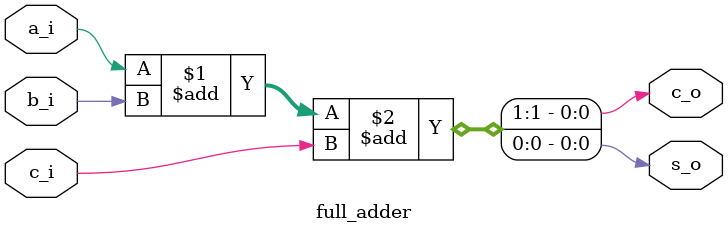
<source format=v>

module comp_4_bit_using_sub(
  input  [3:0] a_i , // Input A
  input  [3:0] b_i , // Input B
  output       eq_o, // A == B
  output       gr_o, // A >= B
  output       le_o  // A <= B
);
  
  wire [3:0] d; // Difference
  wire [3:0] b; // Borrow
  
  // Outputs
  assign eq_o = (~d[0]) & (~d[1]) & (~d[2]) & (~d[3]);
  assign gr_o = (~b[3]) | eq_o;
  assign le_o = b[3];

  // Full Adder Instantiation
  full_adder fa_0(
    .a_i (~a_i[0]),
	.b_i (b_i[0] ),
	.c_i (1'b1   ),
	.s_o (d[0]   ),
	.c_o (b[0]   )
  );
  
  full_adder fa_1(
    .a_i (~a_i[1]),
	.b_i (b_i[1] ),
	.c_i (b[0]   ),
	.s_o (d[1]   ),
	.c_o (b[1]   )
  );
  
  full_adder fa_2(
    .a_i (~a_i[2]),
	.b_i (b_i[2] ),
	.c_i (b[1]   ),
	.s_o (d[2]   ),
	.c_o (b[2]   )
  );
  
  full_adder fa_3(
    .a_i (~a_i[3]),
	.b_i (b_i[3] ),
	.c_i (b[2]   ),
	.s_o (d[3]   ),
	.c_o (b[3]   )
  );
  
endmodule

// Full Adder
module full_adder(
  input  a_i,
  input  b_i,
  input  c_i,
  output s_o,
  output c_o
);

  assign {c_o, s_o} = a_i + b_i + c_i;

endmodule
</source>
